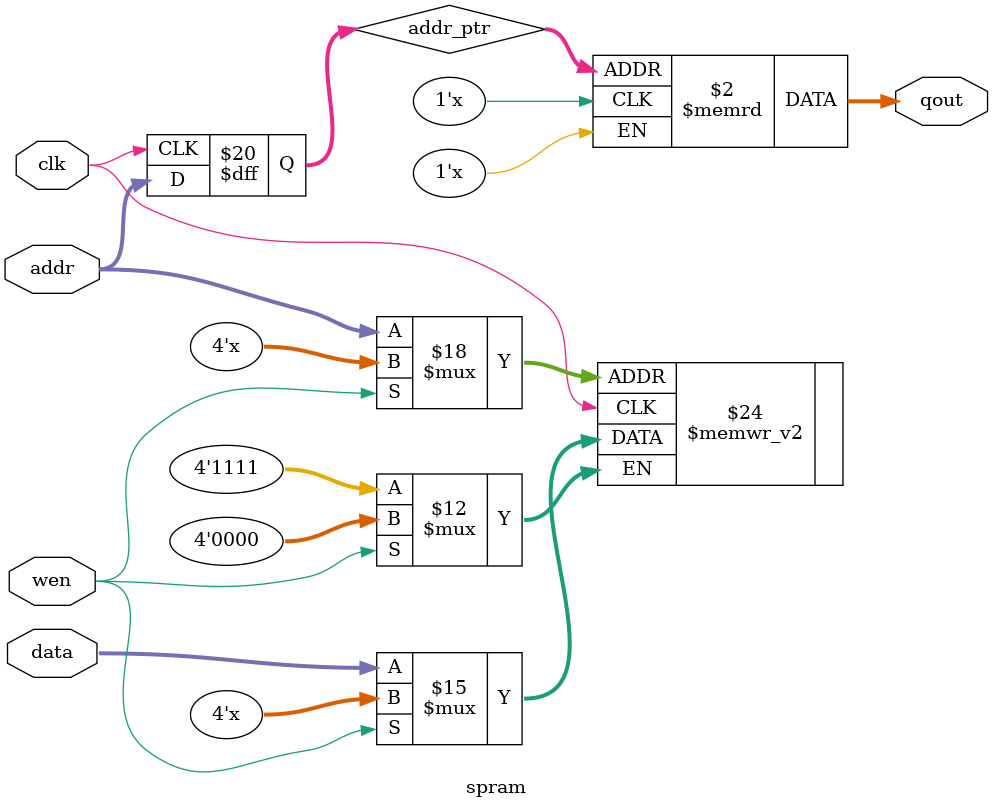
<source format=v>
module spram(clk, wen, addr, data, qout); 
input clk; //Frecuencia de operacion 
input wen; //Selector operacion lectura/escritura
input  [3:0] addr;  //Bus de direcciones
input  [3:0] data;  //Bus datos de entrada
output [3:0] qout;  //Bus datos de salida
reg [3:0] ram[15:0];//Matriz de celdas
reg [3:0] addr_ptr; //Puntero de posicion
assign qout = ram[addr_ptr];//Asignacion de salida
always @ (posedge clk)
  begin
  if(wen==0) ram[addr] <= data; //Carga el valor en posicion	
  addr_ptr <= addr; //Actualiza puntero de posicion
  end	
endmodule
</source>
